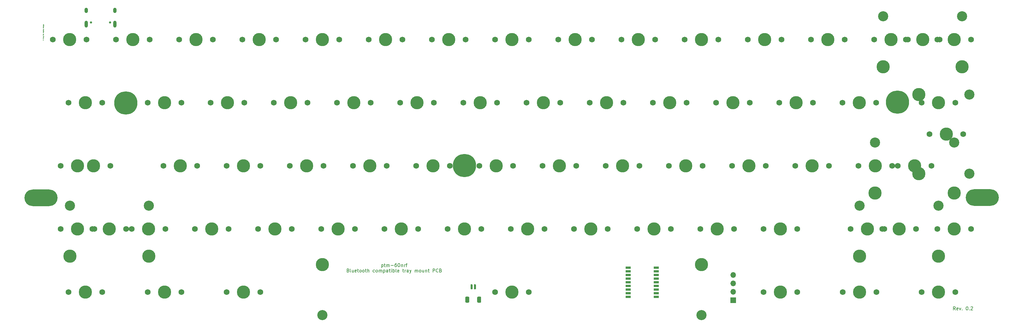
<source format=gts>
%TF.GenerationSoftware,KiCad,Pcbnew,5.1.10*%
%TF.CreationDate,2021-06-04T10:33:09+02:00*%
%TF.ProjectId,ptm-60nrf,70746d2d-3630-46e7-9266-2e6b69636164,rev?*%
%TF.SameCoordinates,Original*%
%TF.FileFunction,Soldermask,Top*%
%TF.FilePolarity,Negative*%
%FSLAX46Y46*%
G04 Gerber Fmt 4.6, Leading zero omitted, Abs format (unit mm)*
G04 Created by KiCad (PCBNEW 5.1.10) date 2021-06-04 10:33:09*
%MOMM*%
%LPD*%
G01*
G04 APERTURE LIST*
%ADD10C,0.150000*%
%ADD11C,0.050000*%
%ADD12C,3.987800*%
%ADD13C,1.750000*%
%ADD14O,1.700000X1.700000*%
%ADD15R,1.700000X1.700000*%
%ADD16O,9.999980X5.001260*%
%ADD17C,7.000240*%
%ADD18O,1.000000X2.100000*%
%ADD19C,0.650000*%
%ADD20O,1.000000X1.600000*%
%ADD21C,3.048000*%
%ADD22R,1.524000X0.700000*%
G04 APERTURE END LIST*
D10*
X295350476Y-108942380D02*
X295017142Y-108466190D01*
X294779047Y-108942380D02*
X294779047Y-107942380D01*
X295160000Y-107942380D01*
X295255238Y-107990000D01*
X295302857Y-108037619D01*
X295350476Y-108132857D01*
X295350476Y-108275714D01*
X295302857Y-108370952D01*
X295255238Y-108418571D01*
X295160000Y-108466190D01*
X294779047Y-108466190D01*
X296160000Y-108894761D02*
X296064761Y-108942380D01*
X295874285Y-108942380D01*
X295779047Y-108894761D01*
X295731428Y-108799523D01*
X295731428Y-108418571D01*
X295779047Y-108323333D01*
X295874285Y-108275714D01*
X296064761Y-108275714D01*
X296160000Y-108323333D01*
X296207619Y-108418571D01*
X296207619Y-108513809D01*
X295731428Y-108609047D01*
X296540952Y-108275714D02*
X296779047Y-108942380D01*
X297017142Y-108275714D01*
X297398095Y-108847142D02*
X297445714Y-108894761D01*
X297398095Y-108942380D01*
X297350476Y-108894761D01*
X297398095Y-108847142D01*
X297398095Y-108942380D01*
X298826666Y-107942380D02*
X298921904Y-107942380D01*
X299017142Y-107990000D01*
X299064761Y-108037619D01*
X299112380Y-108132857D01*
X299160000Y-108323333D01*
X299160000Y-108561428D01*
X299112380Y-108751904D01*
X299064761Y-108847142D01*
X299017142Y-108894761D01*
X298921904Y-108942380D01*
X298826666Y-108942380D01*
X298731428Y-108894761D01*
X298683809Y-108847142D01*
X298636190Y-108751904D01*
X298588571Y-108561428D01*
X298588571Y-108323333D01*
X298636190Y-108132857D01*
X298683809Y-108037619D01*
X298731428Y-107990000D01*
X298826666Y-107942380D01*
X299588571Y-108847142D02*
X299636190Y-108894761D01*
X299588571Y-108942380D01*
X299540952Y-108894761D01*
X299588571Y-108847142D01*
X299588571Y-108942380D01*
X300017142Y-108037619D02*
X300064761Y-107990000D01*
X300160000Y-107942380D01*
X300398095Y-107942380D01*
X300493333Y-107990000D01*
X300540952Y-108037619D01*
X300588571Y-108132857D01*
X300588571Y-108228095D01*
X300540952Y-108370952D01*
X299969523Y-108942380D01*
X300588571Y-108942380D01*
D11*
X20296904Y-22751130D02*
X20546904Y-22782380D01*
X20368333Y-22843392D01*
X20546904Y-22949047D01*
X20296904Y-22917797D01*
X20296904Y-23036845D02*
X20463571Y-23057678D01*
X20546904Y-23068095D02*
X20535000Y-23054702D01*
X20523095Y-23065119D01*
X20535000Y-23078511D01*
X20546904Y-23068095D01*
X20523095Y-23065119D01*
X20296904Y-23191607D02*
X20308809Y-23169285D01*
X20332619Y-23160357D01*
X20546904Y-23187142D01*
X20296904Y-23322559D02*
X20308809Y-23300238D01*
X20332619Y-23291309D01*
X20546904Y-23318095D01*
X20296904Y-23453511D02*
X20308809Y-23431190D01*
X20320714Y-23420773D01*
X20344523Y-23411845D01*
X20415952Y-23420773D01*
X20439761Y-23435654D01*
X20451666Y-23449047D01*
X20463571Y-23474345D01*
X20463571Y-23510059D01*
X20451666Y-23532380D01*
X20439761Y-23542797D01*
X20415952Y-23551726D01*
X20344523Y-23542797D01*
X20320714Y-23527916D01*
X20308809Y-23514523D01*
X20296904Y-23489226D01*
X20296904Y-23453511D01*
X20296904Y-23643988D02*
X20463571Y-23664821D01*
X20439761Y-23661845D02*
X20451666Y-23675238D01*
X20463571Y-23700535D01*
X20463571Y-23736250D01*
X20451666Y-23758571D01*
X20427857Y-23767500D01*
X20296904Y-23751130D01*
X20427857Y-23767500D02*
X20451666Y-23782380D01*
X20463571Y-23807678D01*
X20463571Y-23843392D01*
X20451666Y-23865714D01*
X20427857Y-23874642D01*
X20296904Y-23858273D01*
X20427857Y-24267500D02*
X20415952Y-24301726D01*
X20404047Y-24312142D01*
X20380238Y-24321071D01*
X20344523Y-24316607D01*
X20320714Y-24301726D01*
X20308809Y-24288333D01*
X20296904Y-24263035D01*
X20296904Y-24167797D01*
X20546904Y-24199047D01*
X20546904Y-24282380D01*
X20535000Y-24304702D01*
X20523095Y-24315119D01*
X20499285Y-24324047D01*
X20475476Y-24321071D01*
X20451666Y-24306190D01*
X20439761Y-24292797D01*
X20427857Y-24267500D01*
X20427857Y-24184166D01*
X20296904Y-24524940D02*
X20427857Y-24541309D01*
X20451666Y-24532380D01*
X20463571Y-24510059D01*
X20463571Y-24462440D01*
X20451666Y-24437142D01*
X20308809Y-24526428D02*
X20296904Y-24501130D01*
X20296904Y-24441607D01*
X20308809Y-24419285D01*
X20332619Y-24410357D01*
X20356428Y-24413333D01*
X20380238Y-24428214D01*
X20392142Y-24453511D01*
X20392142Y-24513035D01*
X20404047Y-24538333D01*
X20296904Y-24643988D02*
X20546904Y-24675238D01*
X20392142Y-24679702D02*
X20296904Y-24739226D01*
X20463571Y-24760059D02*
X20368333Y-24652916D01*
X20296904Y-24846369D02*
X20546904Y-24877619D01*
X20392142Y-24882083D02*
X20296904Y-24941607D01*
X20463571Y-24962440D02*
X20368333Y-24855297D01*
X20296904Y-25155892D02*
X20427857Y-25172261D01*
X20451666Y-25163333D01*
X20463571Y-25141011D01*
X20463571Y-25093392D01*
X20451666Y-25068095D01*
X20308809Y-25157380D02*
X20296904Y-25132083D01*
X20296904Y-25072559D01*
X20308809Y-25050238D01*
X20332619Y-25041309D01*
X20356428Y-25044285D01*
X20380238Y-25059166D01*
X20392142Y-25084464D01*
X20392142Y-25143988D01*
X20404047Y-25169285D01*
X20296904Y-25274940D02*
X20463571Y-25295773D01*
X20415952Y-25289821D02*
X20439761Y-25304702D01*
X20451666Y-25318095D01*
X20463571Y-25343392D01*
X20463571Y-25367202D01*
X20296904Y-25655892D02*
X20308809Y-25633571D01*
X20320714Y-25623154D01*
X20344523Y-25614226D01*
X20415952Y-25623154D01*
X20439761Y-25638035D01*
X20451666Y-25651428D01*
X20463571Y-25676726D01*
X20463571Y-25712440D01*
X20451666Y-25734761D01*
X20439761Y-25745178D01*
X20415952Y-25754107D01*
X20344523Y-25745178D01*
X20320714Y-25730297D01*
X20308809Y-25716904D01*
X20296904Y-25691607D01*
X20296904Y-25655892D01*
X20463571Y-25974345D02*
X20261190Y-25949047D01*
X20237380Y-25934166D01*
X20225476Y-25920773D01*
X20213571Y-25895476D01*
X20213571Y-25859761D01*
X20225476Y-25837440D01*
X20308809Y-25955000D02*
X20296904Y-25929702D01*
X20296904Y-25882083D01*
X20308809Y-25859761D01*
X20320714Y-25849345D01*
X20344523Y-25840416D01*
X20415952Y-25849345D01*
X20439761Y-25864226D01*
X20451666Y-25877619D01*
X20463571Y-25902916D01*
X20463571Y-25950535D01*
X20451666Y-25972857D01*
X20427857Y-26362738D02*
X20415952Y-26396964D01*
X20404047Y-26407380D01*
X20380238Y-26416309D01*
X20344523Y-26411845D01*
X20320714Y-26396964D01*
X20308809Y-26383571D01*
X20296904Y-26358273D01*
X20296904Y-26263035D01*
X20546904Y-26294285D01*
X20546904Y-26377619D01*
X20535000Y-26399940D01*
X20523095Y-26410357D01*
X20499285Y-26419285D01*
X20475476Y-26416309D01*
X20451666Y-26401428D01*
X20439761Y-26388035D01*
X20427857Y-26362738D01*
X20427857Y-26279404D01*
X20308809Y-26609761D02*
X20296904Y-26584464D01*
X20296904Y-26536845D01*
X20308809Y-26514523D01*
X20332619Y-26505595D01*
X20427857Y-26517500D01*
X20451666Y-26532380D01*
X20463571Y-26557678D01*
X20463571Y-26605297D01*
X20451666Y-26627619D01*
X20427857Y-26636547D01*
X20404047Y-26633571D01*
X20380238Y-26511547D01*
X20296904Y-26727321D02*
X20463571Y-26748154D01*
X20415952Y-26742202D02*
X20439761Y-26757083D01*
X20451666Y-26770476D01*
X20463571Y-26795773D01*
X20463571Y-26819583D01*
X20463571Y-27010059D02*
X20261190Y-26984761D01*
X20237380Y-26969880D01*
X20225476Y-26956488D01*
X20213571Y-26931190D01*
X20213571Y-26895476D01*
X20225476Y-26873154D01*
X20308809Y-26990714D02*
X20296904Y-26965416D01*
X20296904Y-26917797D01*
X20308809Y-26895476D01*
X20320714Y-26885059D01*
X20344523Y-26876130D01*
X20415952Y-26885059D01*
X20439761Y-26899940D01*
X20451666Y-26913333D01*
X20463571Y-26938630D01*
X20463571Y-26986250D01*
X20451666Y-27008571D01*
X20320714Y-27301726D02*
X20308809Y-27312142D01*
X20296904Y-27298750D01*
X20308809Y-27288333D01*
X20320714Y-27301726D01*
X20296904Y-27298750D01*
X20320714Y-27420773D02*
X20308809Y-27431190D01*
X20296904Y-27417797D01*
X20308809Y-27407380D01*
X20320714Y-27420773D01*
X20296904Y-27417797D01*
X20320714Y-27539821D02*
X20308809Y-27550238D01*
X20296904Y-27536845D01*
X20308809Y-27526428D01*
X20320714Y-27539821D01*
X20296904Y-27536845D01*
D10*
X122344285Y-95210714D02*
X122344285Y-96210714D01*
X122344285Y-95258333D02*
X122439523Y-95210714D01*
X122630000Y-95210714D01*
X122725238Y-95258333D01*
X122772857Y-95305952D01*
X122820476Y-95401190D01*
X122820476Y-95686904D01*
X122772857Y-95782142D01*
X122725238Y-95829761D01*
X122630000Y-95877380D01*
X122439523Y-95877380D01*
X122344285Y-95829761D01*
X123106190Y-95210714D02*
X123487142Y-95210714D01*
X123249047Y-94877380D02*
X123249047Y-95734523D01*
X123296666Y-95829761D01*
X123391904Y-95877380D01*
X123487142Y-95877380D01*
X123820476Y-95877380D02*
X123820476Y-95210714D01*
X123820476Y-95305952D02*
X123868095Y-95258333D01*
X123963333Y-95210714D01*
X124106190Y-95210714D01*
X124201428Y-95258333D01*
X124249047Y-95353571D01*
X124249047Y-95877380D01*
X124249047Y-95353571D02*
X124296666Y-95258333D01*
X124391904Y-95210714D01*
X124534761Y-95210714D01*
X124630000Y-95258333D01*
X124677619Y-95353571D01*
X124677619Y-95877380D01*
X125153809Y-95496428D02*
X125915714Y-95496428D01*
X126820476Y-94877380D02*
X126630000Y-94877380D01*
X126534761Y-94925000D01*
X126487142Y-94972619D01*
X126391904Y-95115476D01*
X126344285Y-95305952D01*
X126344285Y-95686904D01*
X126391904Y-95782142D01*
X126439523Y-95829761D01*
X126534761Y-95877380D01*
X126725238Y-95877380D01*
X126820476Y-95829761D01*
X126868095Y-95782142D01*
X126915714Y-95686904D01*
X126915714Y-95448809D01*
X126868095Y-95353571D01*
X126820476Y-95305952D01*
X126725238Y-95258333D01*
X126534761Y-95258333D01*
X126439523Y-95305952D01*
X126391904Y-95353571D01*
X126344285Y-95448809D01*
X127534761Y-94877380D02*
X127630000Y-94877380D01*
X127725238Y-94925000D01*
X127772857Y-94972619D01*
X127820476Y-95067857D01*
X127868095Y-95258333D01*
X127868095Y-95496428D01*
X127820476Y-95686904D01*
X127772857Y-95782142D01*
X127725238Y-95829761D01*
X127630000Y-95877380D01*
X127534761Y-95877380D01*
X127439523Y-95829761D01*
X127391904Y-95782142D01*
X127344285Y-95686904D01*
X127296666Y-95496428D01*
X127296666Y-95258333D01*
X127344285Y-95067857D01*
X127391904Y-94972619D01*
X127439523Y-94925000D01*
X127534761Y-94877380D01*
X128296666Y-95210714D02*
X128296666Y-95877380D01*
X128296666Y-95305952D02*
X128344285Y-95258333D01*
X128439523Y-95210714D01*
X128582380Y-95210714D01*
X128677619Y-95258333D01*
X128725238Y-95353571D01*
X128725238Y-95877380D01*
X129201428Y-95877380D02*
X129201428Y-95210714D01*
X129201428Y-95401190D02*
X129249047Y-95305952D01*
X129296666Y-95258333D01*
X129391904Y-95210714D01*
X129487142Y-95210714D01*
X129677619Y-95210714D02*
X130058571Y-95210714D01*
X129820476Y-95877380D02*
X129820476Y-95020238D01*
X129868095Y-94925000D01*
X129963333Y-94877380D01*
X130058571Y-94877380D01*
X112249047Y-97003571D02*
X112391904Y-97051190D01*
X112439523Y-97098809D01*
X112487142Y-97194047D01*
X112487142Y-97336904D01*
X112439523Y-97432142D01*
X112391904Y-97479761D01*
X112296666Y-97527380D01*
X111915714Y-97527380D01*
X111915714Y-96527380D01*
X112249047Y-96527380D01*
X112344285Y-96575000D01*
X112391904Y-96622619D01*
X112439523Y-96717857D01*
X112439523Y-96813095D01*
X112391904Y-96908333D01*
X112344285Y-96955952D01*
X112249047Y-97003571D01*
X111915714Y-97003571D01*
X113058571Y-97527380D02*
X112963333Y-97479761D01*
X112915714Y-97384523D01*
X112915714Y-96527380D01*
X113868095Y-96860714D02*
X113868095Y-97527380D01*
X113439523Y-96860714D02*
X113439523Y-97384523D01*
X113487142Y-97479761D01*
X113582380Y-97527380D01*
X113725238Y-97527380D01*
X113820476Y-97479761D01*
X113868095Y-97432142D01*
X114725238Y-97479761D02*
X114630000Y-97527380D01*
X114439523Y-97527380D01*
X114344285Y-97479761D01*
X114296666Y-97384523D01*
X114296666Y-97003571D01*
X114344285Y-96908333D01*
X114439523Y-96860714D01*
X114630000Y-96860714D01*
X114725238Y-96908333D01*
X114772857Y-97003571D01*
X114772857Y-97098809D01*
X114296666Y-97194047D01*
X115058571Y-96860714D02*
X115439523Y-96860714D01*
X115201428Y-96527380D02*
X115201428Y-97384523D01*
X115249047Y-97479761D01*
X115344285Y-97527380D01*
X115439523Y-97527380D01*
X115915714Y-97527380D02*
X115820476Y-97479761D01*
X115772857Y-97432142D01*
X115725238Y-97336904D01*
X115725238Y-97051190D01*
X115772857Y-96955952D01*
X115820476Y-96908333D01*
X115915714Y-96860714D01*
X116058571Y-96860714D01*
X116153809Y-96908333D01*
X116201428Y-96955952D01*
X116249047Y-97051190D01*
X116249047Y-97336904D01*
X116201428Y-97432142D01*
X116153809Y-97479761D01*
X116058571Y-97527380D01*
X115915714Y-97527380D01*
X116820476Y-97527380D02*
X116725238Y-97479761D01*
X116677619Y-97432142D01*
X116630000Y-97336904D01*
X116630000Y-97051190D01*
X116677619Y-96955952D01*
X116725238Y-96908333D01*
X116820476Y-96860714D01*
X116963333Y-96860714D01*
X117058571Y-96908333D01*
X117106190Y-96955952D01*
X117153809Y-97051190D01*
X117153809Y-97336904D01*
X117106190Y-97432142D01*
X117058571Y-97479761D01*
X116963333Y-97527380D01*
X116820476Y-97527380D01*
X117439523Y-96860714D02*
X117820476Y-96860714D01*
X117582380Y-96527380D02*
X117582380Y-97384523D01*
X117630000Y-97479761D01*
X117725238Y-97527380D01*
X117820476Y-97527380D01*
X118153809Y-97527380D02*
X118153809Y-96527380D01*
X118582380Y-97527380D02*
X118582380Y-97003571D01*
X118534761Y-96908333D01*
X118439523Y-96860714D01*
X118296666Y-96860714D01*
X118201428Y-96908333D01*
X118153809Y-96955952D01*
X120249047Y-97479761D02*
X120153809Y-97527380D01*
X119963333Y-97527380D01*
X119868095Y-97479761D01*
X119820476Y-97432142D01*
X119772857Y-97336904D01*
X119772857Y-97051190D01*
X119820476Y-96955952D01*
X119868095Y-96908333D01*
X119963333Y-96860714D01*
X120153809Y-96860714D01*
X120249047Y-96908333D01*
X120820476Y-97527380D02*
X120725238Y-97479761D01*
X120677619Y-97432142D01*
X120630000Y-97336904D01*
X120630000Y-97051190D01*
X120677619Y-96955952D01*
X120725238Y-96908333D01*
X120820476Y-96860714D01*
X120963333Y-96860714D01*
X121058571Y-96908333D01*
X121106190Y-96955952D01*
X121153809Y-97051190D01*
X121153809Y-97336904D01*
X121106190Y-97432142D01*
X121058571Y-97479761D01*
X120963333Y-97527380D01*
X120820476Y-97527380D01*
X121582380Y-97527380D02*
X121582380Y-96860714D01*
X121582380Y-96955952D02*
X121630000Y-96908333D01*
X121725238Y-96860714D01*
X121868095Y-96860714D01*
X121963333Y-96908333D01*
X122010952Y-97003571D01*
X122010952Y-97527380D01*
X122010952Y-97003571D02*
X122058571Y-96908333D01*
X122153809Y-96860714D01*
X122296666Y-96860714D01*
X122391904Y-96908333D01*
X122439523Y-97003571D01*
X122439523Y-97527380D01*
X122915714Y-96860714D02*
X122915714Y-97860714D01*
X122915714Y-96908333D02*
X123010952Y-96860714D01*
X123201428Y-96860714D01*
X123296666Y-96908333D01*
X123344285Y-96955952D01*
X123391904Y-97051190D01*
X123391904Y-97336904D01*
X123344285Y-97432142D01*
X123296666Y-97479761D01*
X123201428Y-97527380D01*
X123010952Y-97527380D01*
X122915714Y-97479761D01*
X124249047Y-97527380D02*
X124249047Y-97003571D01*
X124201428Y-96908333D01*
X124106190Y-96860714D01*
X123915714Y-96860714D01*
X123820476Y-96908333D01*
X124249047Y-97479761D02*
X124153809Y-97527380D01*
X123915714Y-97527380D01*
X123820476Y-97479761D01*
X123772857Y-97384523D01*
X123772857Y-97289285D01*
X123820476Y-97194047D01*
X123915714Y-97146428D01*
X124153809Y-97146428D01*
X124249047Y-97098809D01*
X124582380Y-96860714D02*
X124963333Y-96860714D01*
X124725238Y-96527380D02*
X124725238Y-97384523D01*
X124772857Y-97479761D01*
X124868095Y-97527380D01*
X124963333Y-97527380D01*
X125296666Y-97527380D02*
X125296666Y-96860714D01*
X125296666Y-96527380D02*
X125249047Y-96575000D01*
X125296666Y-96622619D01*
X125344285Y-96575000D01*
X125296666Y-96527380D01*
X125296666Y-96622619D01*
X125772857Y-97527380D02*
X125772857Y-96527380D01*
X125772857Y-96908333D02*
X125868095Y-96860714D01*
X126058571Y-96860714D01*
X126153809Y-96908333D01*
X126201428Y-96955952D01*
X126249047Y-97051190D01*
X126249047Y-97336904D01*
X126201428Y-97432142D01*
X126153809Y-97479761D01*
X126058571Y-97527380D01*
X125868095Y-97527380D01*
X125772857Y-97479761D01*
X126820476Y-97527380D02*
X126725238Y-97479761D01*
X126677619Y-97384523D01*
X126677619Y-96527380D01*
X127582380Y-97479761D02*
X127487142Y-97527380D01*
X127296666Y-97527380D01*
X127201428Y-97479761D01*
X127153809Y-97384523D01*
X127153809Y-97003571D01*
X127201428Y-96908333D01*
X127296666Y-96860714D01*
X127487142Y-96860714D01*
X127582380Y-96908333D01*
X127630000Y-97003571D01*
X127630000Y-97098809D01*
X127153809Y-97194047D01*
X128677619Y-96860714D02*
X129058571Y-96860714D01*
X128820476Y-96527380D02*
X128820476Y-97384523D01*
X128868095Y-97479761D01*
X128963333Y-97527380D01*
X129058571Y-97527380D01*
X129391904Y-97527380D02*
X129391904Y-96860714D01*
X129391904Y-97051190D02*
X129439523Y-96955952D01*
X129487142Y-96908333D01*
X129582380Y-96860714D01*
X129677619Y-96860714D01*
X130439523Y-97527380D02*
X130439523Y-97003571D01*
X130391904Y-96908333D01*
X130296666Y-96860714D01*
X130106190Y-96860714D01*
X130010952Y-96908333D01*
X130439523Y-97479761D02*
X130344285Y-97527380D01*
X130106190Y-97527380D01*
X130010952Y-97479761D01*
X129963333Y-97384523D01*
X129963333Y-97289285D01*
X130010952Y-97194047D01*
X130106190Y-97146428D01*
X130344285Y-97146428D01*
X130439523Y-97098809D01*
X130820476Y-96860714D02*
X131058571Y-97527380D01*
X131296666Y-96860714D02*
X131058571Y-97527380D01*
X130963333Y-97765476D01*
X130915714Y-97813095D01*
X130820476Y-97860714D01*
X132439523Y-97527380D02*
X132439523Y-96860714D01*
X132439523Y-96955952D02*
X132487142Y-96908333D01*
X132582380Y-96860714D01*
X132725238Y-96860714D01*
X132820476Y-96908333D01*
X132868095Y-97003571D01*
X132868095Y-97527380D01*
X132868095Y-97003571D02*
X132915714Y-96908333D01*
X133010952Y-96860714D01*
X133153809Y-96860714D01*
X133249047Y-96908333D01*
X133296666Y-97003571D01*
X133296666Y-97527380D01*
X133915714Y-97527380D02*
X133820476Y-97479761D01*
X133772857Y-97432142D01*
X133725238Y-97336904D01*
X133725238Y-97051190D01*
X133772857Y-96955952D01*
X133820476Y-96908333D01*
X133915714Y-96860714D01*
X134058571Y-96860714D01*
X134153809Y-96908333D01*
X134201428Y-96955952D01*
X134249047Y-97051190D01*
X134249047Y-97336904D01*
X134201428Y-97432142D01*
X134153809Y-97479761D01*
X134058571Y-97527380D01*
X133915714Y-97527380D01*
X135106190Y-96860714D02*
X135106190Y-97527380D01*
X134677619Y-96860714D02*
X134677619Y-97384523D01*
X134725238Y-97479761D01*
X134820476Y-97527380D01*
X134963333Y-97527380D01*
X135058571Y-97479761D01*
X135106190Y-97432142D01*
X135582380Y-96860714D02*
X135582380Y-97527380D01*
X135582380Y-96955952D02*
X135630000Y-96908333D01*
X135725238Y-96860714D01*
X135868095Y-96860714D01*
X135963333Y-96908333D01*
X136010952Y-97003571D01*
X136010952Y-97527380D01*
X136344285Y-96860714D02*
X136725238Y-96860714D01*
X136487142Y-96527380D02*
X136487142Y-97384523D01*
X136534761Y-97479761D01*
X136630000Y-97527380D01*
X136725238Y-97527380D01*
X137820476Y-97527380D02*
X137820476Y-96527380D01*
X138201428Y-96527380D01*
X138296666Y-96575000D01*
X138344285Y-96622619D01*
X138391904Y-96717857D01*
X138391904Y-96860714D01*
X138344285Y-96955952D01*
X138296666Y-97003571D01*
X138201428Y-97051190D01*
X137820476Y-97051190D01*
X139391904Y-97432142D02*
X139344285Y-97479761D01*
X139201428Y-97527380D01*
X139106190Y-97527380D01*
X138963333Y-97479761D01*
X138868095Y-97384523D01*
X138820476Y-97289285D01*
X138772857Y-97098809D01*
X138772857Y-96955952D01*
X138820476Y-96765476D01*
X138868095Y-96670238D01*
X138963333Y-96575000D01*
X139106190Y-96527380D01*
X139201428Y-96527380D01*
X139344285Y-96575000D01*
X139391904Y-96622619D01*
X140153809Y-97003571D02*
X140296666Y-97051190D01*
X140344285Y-97098809D01*
X140391904Y-97194047D01*
X140391904Y-97336904D01*
X140344285Y-97432142D01*
X140296666Y-97479761D01*
X140201428Y-97527380D01*
X139820476Y-97527380D01*
X139820476Y-96527380D01*
X140153809Y-96527380D01*
X140249047Y-96575000D01*
X140296666Y-96622619D01*
X140344285Y-96717857D01*
X140344285Y-96813095D01*
X140296666Y-96908333D01*
X140249047Y-96955952D01*
X140153809Y-97003571D01*
X139820476Y-97003571D01*
D12*
%TO.C,MX56*%
X185463054Y-84448542D03*
D13*
X180383054Y-84448542D03*
X190543054Y-84448542D03*
%TD*%
D14*
%TO.C,J4*%
X228375000Y-98395000D03*
X228375000Y-100935000D03*
X228375000Y-103475000D03*
D15*
X228375000Y-106015000D03*
%TD*%
D16*
%TO.C,HOLE*%
X303440000Y-75000000D03*
%TD*%
D17*
%TO.C,HOLE*%
X277860000Y-46210000D03*
%TD*%
%TO.C,HOLE*%
X147360000Y-65380000D03*
%TD*%
%TO.C,HOLE*%
X45220000Y-46460000D03*
%TD*%
D16*
%TO.C,HOLE*%
X19650000Y-75070000D03*
%TD*%
%TO.C,J2*%
G36*
G01*
X151180000Y-106465001D02*
X151180000Y-105164999D01*
G75*
G02*
X151429999Y-104915000I249999J0D01*
G01*
X152130001Y-104915000D01*
G75*
G02*
X152380000Y-105164999I0J-249999D01*
G01*
X152380000Y-106465001D01*
G75*
G02*
X152130001Y-106715000I-249999J0D01*
G01*
X151429999Y-106715000D01*
G75*
G02*
X151180000Y-106465001I0J249999D01*
G01*
G37*
G36*
G01*
X147580000Y-106465001D02*
X147580000Y-105164999D01*
G75*
G02*
X147829999Y-104915000I249999J0D01*
G01*
X148530001Y-104915000D01*
G75*
G02*
X148780000Y-105164999I0J-249999D01*
G01*
X148780000Y-106465001D01*
G75*
G02*
X148530001Y-106715000I-249999J0D01*
G01*
X147829999Y-106715000D01*
G75*
G02*
X147580000Y-106465001I0J249999D01*
G01*
G37*
G36*
G01*
X150180000Y-102565000D02*
X150180000Y-101315000D01*
G75*
G02*
X150330000Y-101165000I150000J0D01*
G01*
X150630000Y-101165000D01*
G75*
G02*
X150780000Y-101315000I0J-150000D01*
G01*
X150780000Y-102565000D01*
G75*
G02*
X150630000Y-102715000I-150000J0D01*
G01*
X150330000Y-102715000D01*
G75*
G02*
X150180000Y-102565000I0J150000D01*
G01*
G37*
G36*
G01*
X149180000Y-102565000D02*
X149180000Y-101315000D01*
G75*
G02*
X149330000Y-101165000I150000J0D01*
G01*
X149630000Y-101165000D01*
G75*
G02*
X149780000Y-101315000I0J-150000D01*
G01*
X149780000Y-102565000D01*
G75*
G02*
X149630000Y-102715000I-150000J0D01*
G01*
X149330000Y-102715000D01*
G75*
G02*
X149180000Y-102565000I0J150000D01*
G01*
G37*
%TD*%
D18*
%TO.C,J1*%
X41912000Y-22688000D03*
X33272000Y-22688000D03*
D19*
X34702000Y-22158000D03*
D20*
X33272000Y-18508000D03*
D19*
X40482000Y-22158000D03*
D20*
X41912000Y-18508000D03*
%TD*%
D12*
%TO.C,MX68*%
X266446000Y-103505000D03*
D13*
X261366000Y-103505000D03*
X271526000Y-103505000D03*
%TD*%
D12*
%TO.C,MX43*%
X252138054Y-65398542D03*
D13*
X247058054Y-65398542D03*
X257218054Y-65398542D03*
%TD*%
D12*
%TO.C,MX39*%
X175938054Y-65398542D03*
D13*
X170858054Y-65398542D03*
X181018054Y-65398542D03*
%TD*%
D12*
%TO.C,MX35*%
X99738054Y-65398542D03*
D13*
X94658054Y-65398542D03*
X104818054Y-65398542D03*
%TD*%
D12*
%TO.C,MX50*%
X71163054Y-84448542D03*
D13*
X66083054Y-84448542D03*
X76243054Y-84448542D03*
%TD*%
D12*
%TO.C,MX28*%
X247375554Y-46348542D03*
D13*
X242295554Y-46348542D03*
X252455554Y-46348542D03*
%TD*%
D12*
%TO.C,MX55*%
X166413054Y-84448542D03*
D13*
X161333054Y-84448542D03*
X171493054Y-84448542D03*
%TD*%
D12*
%TO.C,MX22*%
X133075554Y-46348542D03*
D13*
X127995554Y-46348542D03*
X138155554Y-46348542D03*
%TD*%
D12*
%TO.C,MX53*%
X128313054Y-84448542D03*
D13*
X123233054Y-84448542D03*
X133393054Y-84448542D03*
%TD*%
D12*
%TO.C,MX38*%
X156888054Y-65398542D03*
D13*
X151808054Y-65398542D03*
X161968054Y-65398542D03*
%TD*%
D12*
%TO.C,MX66*%
X161671000Y-103505000D03*
D13*
X156591000Y-103505000D03*
X166751000Y-103505000D03*
D21*
X104521000Y-110490000D03*
X218821000Y-110490000D03*
D12*
X104521000Y-95250000D03*
X218821000Y-95250000D03*
%TD*%
%TO.C,MX46*%
X284358054Y-43935542D03*
X284358054Y-67811542D03*
D21*
X299598054Y-43935542D03*
X299598054Y-67811542D03*
D13*
X297693054Y-55873542D03*
X287533054Y-55873542D03*
D12*
X292613054Y-55873542D03*
%TD*%
%TO.C,MX48*%
X40259250Y-84454500D03*
D13*
X35179250Y-84454500D03*
X45339250Y-84454500D03*
D21*
X28353000Y-77469500D03*
X52165500Y-77469500D03*
D12*
X28353000Y-92709500D03*
X52165500Y-92709500D03*
%TD*%
%TO.C,MX47*%
X30709250Y-84454500D03*
D13*
X25629250Y-84454500D03*
X35789250Y-84454500D03*
%TD*%
D12*
%TO.C,MX69*%
X290259500Y-103505000D03*
D13*
X285179500Y-103505000D03*
X295339500Y-103505000D03*
%TD*%
D12*
%TO.C,MX67*%
X242632500Y-103505000D03*
D13*
X237552500Y-103505000D03*
X247712500Y-103505000D03*
%TD*%
D12*
%TO.C,MX65*%
X80707500Y-103504500D03*
D13*
X75627500Y-103504500D03*
X85787500Y-103504500D03*
%TD*%
D12*
%TO.C,MX64*%
X56896000Y-103505000D03*
D13*
X51816000Y-103505000D03*
X61976000Y-103505000D03*
%TD*%
D12*
%TO.C,MX63*%
X33084250Y-103504500D03*
D13*
X28004250Y-103504500D03*
X38164250Y-103504500D03*
%TD*%
D12*
%TO.C,MX62*%
X295021000Y-84455000D03*
D13*
X289941000Y-84455000D03*
X300101000Y-84455000D03*
%TD*%
D12*
%TO.C,MX61*%
X278384000Y-84455000D03*
D13*
X273304000Y-84455000D03*
X283464000Y-84455000D03*
D21*
X266477750Y-77470000D03*
X290290250Y-77470000D03*
D12*
X266477750Y-92710000D03*
X290290250Y-92710000D03*
%TD*%
%TO.C,MX60*%
X268859000Y-84455000D03*
D13*
X263779000Y-84455000D03*
X273939000Y-84455000D03*
%TD*%
D12*
%TO.C,MX59*%
X242613054Y-84448542D03*
D13*
X237533054Y-84448542D03*
X247693054Y-84448542D03*
%TD*%
D12*
%TO.C,MX58*%
X223563054Y-84448542D03*
D13*
X218483054Y-84448542D03*
X228643054Y-84448542D03*
%TD*%
D12*
%TO.C,MX57*%
X204513054Y-84448542D03*
D13*
X199433054Y-84448542D03*
X209593054Y-84448542D03*
%TD*%
D12*
%TO.C,MX54*%
X147363054Y-84448542D03*
D13*
X142283054Y-84448542D03*
X152443054Y-84448542D03*
%TD*%
D12*
%TO.C,MX52*%
X109263054Y-84448542D03*
D13*
X104183054Y-84448542D03*
X114343054Y-84448542D03*
%TD*%
D12*
%TO.C,MX51*%
X90213054Y-84448542D03*
D13*
X85133054Y-84448542D03*
X95293054Y-84448542D03*
%TD*%
D12*
%TO.C,MX49*%
X52133500Y-84455000D03*
D13*
X47053500Y-84455000D03*
X57213500Y-84455000D03*
%TD*%
D12*
%TO.C,MX45*%
X283063054Y-65398542D03*
D13*
X277983054Y-65398542D03*
X288143054Y-65398542D03*
D21*
X271156804Y-58413542D03*
X294969304Y-58413542D03*
D12*
X271156804Y-73653542D03*
X294969304Y-73653542D03*
%TD*%
%TO.C,MX44*%
X271188054Y-65398542D03*
D13*
X266108054Y-65398542D03*
X276268054Y-65398542D03*
%TD*%
D12*
%TO.C,MX42*%
X233088054Y-65398542D03*
D13*
X228008054Y-65398542D03*
X238168054Y-65398542D03*
%TD*%
D12*
%TO.C,MX41*%
X214038054Y-65398542D03*
D13*
X208958054Y-65398542D03*
X219118054Y-65398542D03*
%TD*%
D12*
%TO.C,MX40*%
X194988054Y-65398542D03*
D13*
X189908054Y-65398542D03*
X200068054Y-65398542D03*
%TD*%
D12*
%TO.C,MX37*%
X137838054Y-65398542D03*
D13*
X132758054Y-65398542D03*
X142918054Y-65398542D03*
%TD*%
D12*
%TO.C,MX36*%
X118788054Y-65398542D03*
D13*
X113708054Y-65398542D03*
X123868054Y-65398542D03*
%TD*%
D12*
%TO.C,MX34*%
X80688054Y-65398542D03*
D13*
X75608054Y-65398542D03*
X85768054Y-65398542D03*
%TD*%
D12*
%TO.C,MX33*%
X61658500Y-65405000D03*
D13*
X56578500Y-65405000D03*
X66738500Y-65405000D03*
%TD*%
D12*
%TO.C,MX32*%
X35478000Y-65404500D03*
D13*
X30398000Y-65404500D03*
X40558000Y-65404500D03*
%TD*%
D12*
%TO.C,MX31*%
X30709250Y-65404500D03*
D13*
X25629250Y-65404500D03*
X35789250Y-65404500D03*
%TD*%
D12*
%TO.C,MX30*%
X290225554Y-46348542D03*
D13*
X285145554Y-46348542D03*
X295305554Y-46348542D03*
%TD*%
D12*
%TO.C,MX29*%
X266425554Y-46348542D03*
D13*
X261345554Y-46348542D03*
X271505554Y-46348542D03*
%TD*%
D12*
%TO.C,MX27*%
X228325554Y-46348542D03*
D13*
X223245554Y-46348542D03*
X233405554Y-46348542D03*
%TD*%
D12*
%TO.C,MX26*%
X209275554Y-46348542D03*
D13*
X204195554Y-46348542D03*
X214355554Y-46348542D03*
%TD*%
D12*
%TO.C,MX25*%
X190225554Y-46348542D03*
D13*
X185145554Y-46348542D03*
X195305554Y-46348542D03*
%TD*%
D12*
%TO.C,MX24*%
X171175554Y-46348542D03*
D13*
X166095554Y-46348542D03*
X176255554Y-46348542D03*
%TD*%
D12*
%TO.C,MX23*%
X152125554Y-46348542D03*
D13*
X147045554Y-46348542D03*
X157205554Y-46348542D03*
%TD*%
D12*
%TO.C,MX21*%
X114025554Y-46348542D03*
D13*
X108945554Y-46348542D03*
X119105554Y-46348542D03*
%TD*%
D12*
%TO.C,MX20*%
X94975554Y-46348542D03*
D13*
X89895554Y-46348542D03*
X100055554Y-46348542D03*
%TD*%
D12*
%TO.C,MX19*%
X75925554Y-46348542D03*
D13*
X70845554Y-46348542D03*
X81005554Y-46348542D03*
%TD*%
D12*
%TO.C,MX18*%
X56896000Y-46355000D03*
D13*
X51816000Y-46355000D03*
X61976000Y-46355000D03*
%TD*%
D12*
%TO.C,MX17*%
X33084250Y-46354500D03*
D13*
X28004250Y-46354500D03*
X38164250Y-46354500D03*
%TD*%
D12*
%TO.C,MX16*%
X295021000Y-27305000D03*
D13*
X289941000Y-27305000D03*
X300101000Y-27305000D03*
%TD*%
D12*
%TO.C,MX15*%
X285496000Y-27305000D03*
D13*
X280416000Y-27305000D03*
X290576000Y-27305000D03*
D21*
X273589750Y-20320000D03*
X297402250Y-20320000D03*
D12*
X273589750Y-35560000D03*
X297402250Y-35560000D03*
%TD*%
%TO.C,MX14*%
X275971000Y-27305000D03*
D13*
X270891000Y-27305000D03*
X281051000Y-27305000D03*
%TD*%
D12*
%TO.C,MX13*%
X256921000Y-27305000D03*
D13*
X251841000Y-27305000D03*
X262001000Y-27305000D03*
%TD*%
D12*
%TO.C,MX12*%
X237871000Y-27305000D03*
D13*
X232791000Y-27305000D03*
X242951000Y-27305000D03*
%TD*%
D12*
%TO.C,MX11*%
X218821000Y-27305000D03*
D13*
X213741000Y-27305000D03*
X223901000Y-27305000D03*
%TD*%
D12*
%TO.C,MX10*%
X199771000Y-27305000D03*
D13*
X194691000Y-27305000D03*
X204851000Y-27305000D03*
%TD*%
D12*
%TO.C,MX9*%
X180721000Y-27305000D03*
D13*
X175641000Y-27305000D03*
X185801000Y-27305000D03*
%TD*%
D12*
%TO.C,MX8*%
X161671000Y-27305000D03*
D13*
X156591000Y-27305000D03*
X166751000Y-27305000D03*
%TD*%
D12*
%TO.C,MX7*%
X142621000Y-27305000D03*
D13*
X137541000Y-27305000D03*
X147701000Y-27305000D03*
%TD*%
D12*
%TO.C,MX6*%
X123571000Y-27305000D03*
D13*
X118491000Y-27305000D03*
X128651000Y-27305000D03*
%TD*%
D12*
%TO.C,MX5*%
X104521000Y-27305000D03*
D13*
X99441000Y-27305000D03*
X109601000Y-27305000D03*
%TD*%
D12*
%TO.C,MX4*%
X85471000Y-27305000D03*
D13*
X80391000Y-27305000D03*
X90551000Y-27305000D03*
%TD*%
D12*
%TO.C,MX3*%
X66421000Y-27305000D03*
D13*
X61341000Y-27305000D03*
X71501000Y-27305000D03*
%TD*%
D12*
%TO.C,MX2*%
X47371000Y-27305000D03*
D13*
X42291000Y-27305000D03*
X52451000Y-27305000D03*
%TD*%
D12*
%TO.C,MX1*%
X28321000Y-27305000D03*
D13*
X23241000Y-27305000D03*
X33401000Y-27305000D03*
%TD*%
D22*
%TO.C,U3*%
X205175000Y-96200000D03*
X205175000Y-97300000D03*
X205175000Y-98400000D03*
X205175000Y-99500000D03*
X205175000Y-100600000D03*
X205175000Y-101700000D03*
X205175000Y-102800000D03*
X205175000Y-103900000D03*
X205175000Y-105000000D03*
X196675000Y-96200000D03*
X196675000Y-97300000D03*
X196675000Y-98400000D03*
X196675000Y-99500000D03*
X196675000Y-100600000D03*
X196675000Y-101700000D03*
X196675000Y-102800000D03*
X196675000Y-103900000D03*
X196675000Y-105000000D03*
%TD*%
M02*

</source>
